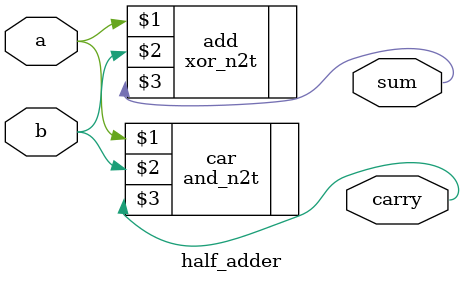
<source format=sv>
module half_adder(
    input  a,
    input  b,
    output carry,
    output sum
);
    xor_n2t add(a, b, sum);
    and_n2t car(a, b, carry);
endmodule
</source>
